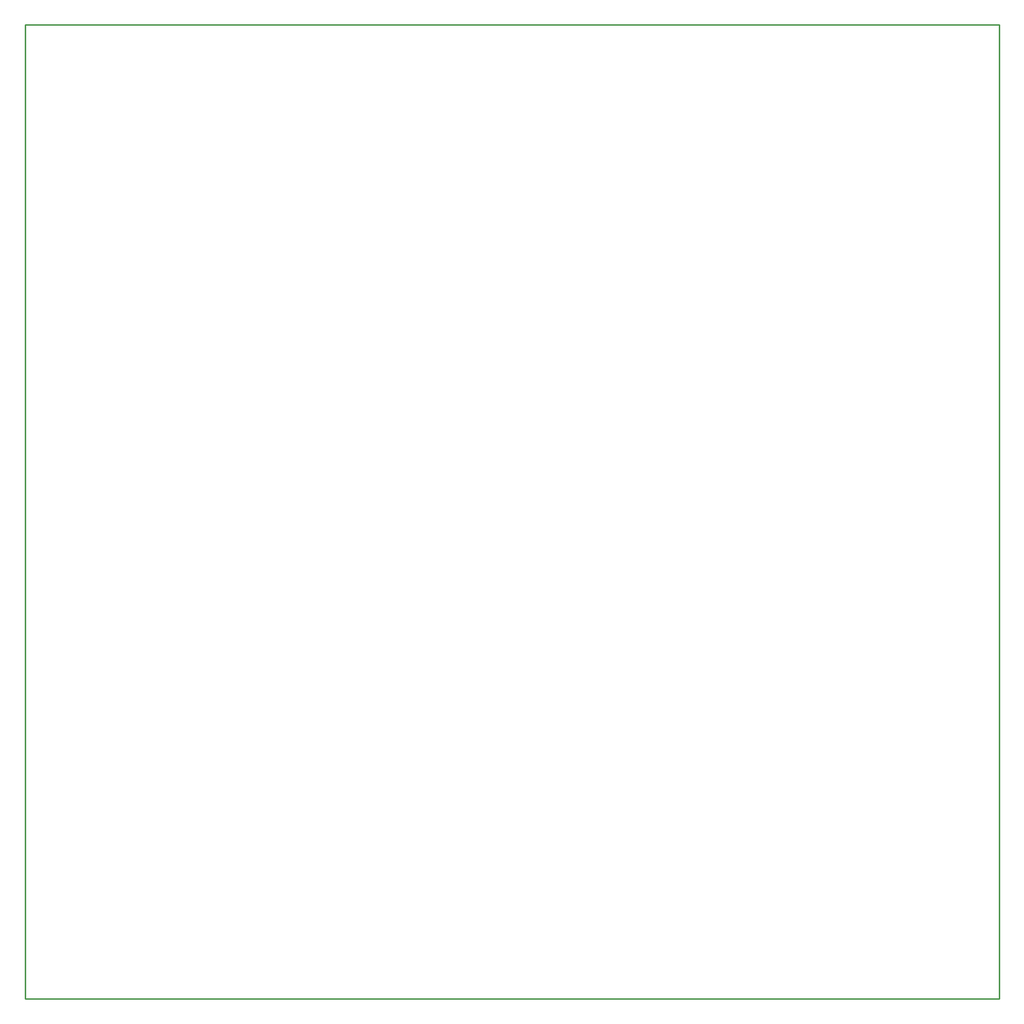
<source format=gko>
G04*
G04 #@! TF.GenerationSoftware,Altium Limited,Altium Designer,23.3.1 (30)*
G04*
G04 Layer_Color=16711935*
%FSLAX25Y25*%
%MOIN*%
G70*
G04*
G04 #@! TF.SameCoordinates,06538215-238A-4A1E-A02E-8B45A58771C4*
G04*
G04*
G04 #@! TF.FilePolarity,Positive*
G04*
G01*
G75*
%ADD20C,0.01000*%
D20*
X0Y0D02*
Y669291D01*
X669291D01*
Y0D02*
Y669291D01*
X0Y0D02*
X669291D01*
M02*

</source>
